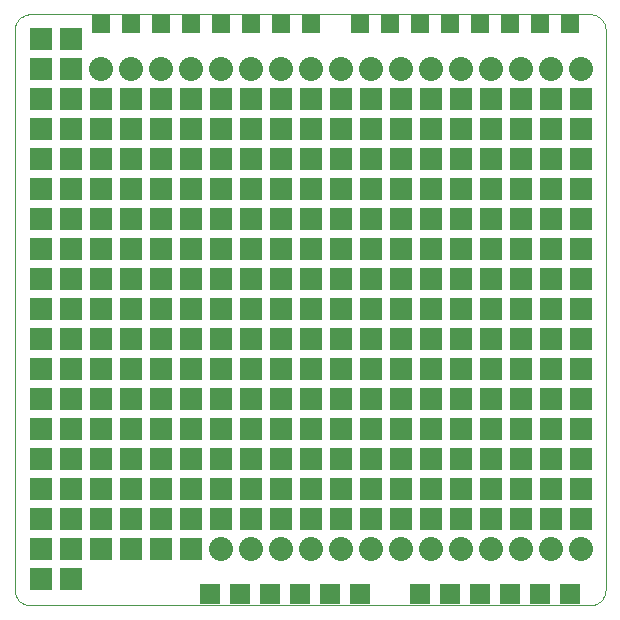
<source format=gts>
G04 This is an RS-274x file exported by *
G04 gerbv version 2.5.0 *
G04 More information is available about gerbv at *
G04 http://gerbv.gpleda.org/ *
G04 --End of header info--*
%MOIN*%
%FSLAX23Y23*%
%IPPOS*%
G04 --Define apertures--*
%ADD10C,0.0004*%
%ADD11R,0.0640X0.0640*%
%ADD12C,0.0800*%
%ADD13R,0.0670X0.0670*%
%ADD14R,0.0780X0.0780*%
G04 --Start main section--*
G54D10*
G01X00061Y00036D02*
G01X00995Y00036D01*
G01X00995Y00036D02*
G01X01930Y00036D01*
G01X01930Y00036D02*
G01X01934Y00037D01*
G01X01934Y00037D02*
G01X01938Y00037D01*
G01X01938Y00037D02*
G01X01943Y00038D01*
G01X01943Y00038D02*
G01X01947Y00039D01*
G01X01947Y00039D02*
G01X01951Y00041D01*
G01X01951Y00041D02*
G01X01955Y00043D01*
G01X01955Y00043D02*
G01X01958Y00045D01*
G01X01958Y00045D02*
G01X01962Y00048D01*
G01X01962Y00048D02*
G01X01965Y00051D01*
G01X01965Y00051D02*
G01X01968Y00054D01*
G01X01968Y00054D02*
G01X01971Y00058D01*
G01X01971Y00058D02*
G01X01973Y00061D01*
G01X01973Y00061D02*
G01X01975Y00065D01*
G01X01975Y00065D02*
G01X01977Y00069D01*
G01X01977Y00069D02*
G01X01978Y00073D01*
G01X01978Y00073D02*
G01X01979Y00078D01*
G01X01979Y00078D02*
G01X01979Y00082D01*
G01X01979Y00082D02*
G01X01980Y00086D01*
G01X01980Y00086D02*
G01X01980Y01096D01*
G01X01980Y01096D02*
G01X01980Y01955D01*
G01X01980Y01955D02*
G01X01979Y01959D01*
G01X01979Y01959D02*
G01X01979Y01964D01*
G01X01979Y01964D02*
G01X01978Y01968D01*
G01X01978Y01968D02*
G01X01977Y01972D01*
G01X01977Y01972D02*
G01X01975Y01976D01*
G01X01975Y01976D02*
G01X01973Y01980D01*
G01X01973Y01980D02*
G01X01971Y01984D01*
G01X01971Y01984D02*
G01X01968Y01987D01*
G01X01968Y01987D02*
G01X01965Y01990D01*
G01X01965Y01990D02*
G01X01962Y01993D01*
G01X01962Y01993D02*
G01X01958Y01996D01*
G01X01958Y01996D02*
G01X01955Y01998D01*
G01X01955Y01998D02*
G01X01951Y02000D01*
G01X01951Y02000D02*
G01X01947Y02002D01*
G01X01947Y02002D02*
G01X01943Y02003D01*
G01X01943Y02003D02*
G01X01938Y02004D01*
G01X01938Y02004D02*
G01X01934Y02005D01*
G01X01934Y02005D02*
G01X01930Y02005D01*
G01X01930Y02005D02*
G01X00995Y02005D01*
G01X00995Y02005D02*
G01X00061Y02005D01*
G01X00061Y02005D02*
G01X00057Y02005D01*
G01X00057Y02005D02*
G01X00052Y02004D01*
G01X00052Y02004D02*
G01X00048Y02003D01*
G01X00048Y02003D02*
G01X00044Y02002D01*
G01X00044Y02002D02*
G01X00040Y02000D01*
G01X00040Y02000D02*
G01X00036Y01998D01*
G01X00036Y01998D02*
G01X00032Y01996D01*
G01X00032Y01996D02*
G01X00029Y01993D01*
G01X00029Y01993D02*
G01X00026Y01990D01*
G01X00026Y01990D02*
G01X00023Y01987D01*
G01X00023Y01987D02*
G01X00020Y01984D01*
G01X00020Y01984D02*
G01X00018Y01980D01*
G01X00018Y01980D02*
G01X00016Y01976D01*
G01X00016Y01976D02*
G01X00014Y01972D01*
G01X00014Y01972D02*
G01X00013Y01968D01*
G01X00013Y01968D02*
G01X00012Y01964D01*
G01X00012Y01964D02*
G01X00011Y01959D01*
G01X00011Y01959D02*
G01X00011Y01955D01*
G01X00011Y01955D02*
G01X00011Y01021D01*
G01X00011Y01021D02*
G01X00011Y00086D01*
G01X00011Y00086D02*
G01X00011Y00082D01*
G01X00011Y00082D02*
G01X00012Y00078D01*
G01X00012Y00078D02*
G01X00013Y00073D01*
G01X00013Y00073D02*
G01X00014Y00069D01*
G01X00014Y00069D02*
G01X00016Y00065D01*
G01X00016Y00065D02*
G01X00018Y00061D01*
G01X00018Y00061D02*
G01X00020Y00058D01*
G01X00020Y00058D02*
G01X00023Y00054D01*
G01X00023Y00054D02*
G01X00026Y00051D01*
G01X00026Y00051D02*
G01X00029Y00048D01*
G01X00029Y00048D02*
G01X00032Y00045D01*
G01X00032Y00045D02*
G01X00036Y00043D01*
G01X00036Y00043D02*
G01X00040Y00041D01*
G01X00040Y00041D02*
G01X00044Y00039D01*
G01X00044Y00039D02*
G01X00048Y00038D01*
G01X00048Y00038D02*
G01X00052Y00037D01*
G01X00052Y00037D02*
G01X00057Y00037D01*
G01X00057Y00037D02*
G01X00061Y00036D01*
G54D11*
G01X00299Y01974D03*
G01X00399Y01974D03*
G01X00499Y01974D03*
G01X00599Y01974D03*
G01X00699Y01974D03*
G01X00799Y01974D03*
G01X00899Y01974D03*
G01X00999Y01974D03*
G01X01161Y01974D03*
G01X01261Y01974D03*
G01X01361Y01974D03*
G01X01461Y01974D03*
G01X01561Y01974D03*
G01X01661Y01974D03*
G01X01761Y01974D03*
G01X01861Y01974D03*
G54D12*
G01X01899Y01824D03*
G01X01799Y01824D03*
G01X01699Y01824D03*
G01X01599Y01824D03*
G01X01499Y01824D03*
G01X01399Y01824D03*
G01X01299Y01824D03*
G01X01199Y01824D03*
G01X01099Y01824D03*
G01X00999Y01824D03*
G01X00899Y01824D03*
G01X00799Y01824D03*
G01X00699Y01824D03*
G01X00599Y01824D03*
G01X00499Y01824D03*
G01X00399Y01824D03*
G01X00299Y01824D03*
G01X00699Y00224D03*
G01X00799Y00224D03*
G01X00899Y00224D03*
G01X00999Y00224D03*
G01X01099Y00224D03*
G01X01199Y00224D03*
G01X01299Y00224D03*
G01X01399Y00224D03*
G01X01499Y00224D03*
G01X01599Y00224D03*
G01X01699Y00224D03*
G01X01799Y00224D03*
G01X01899Y00224D03*
G54D13*
G01X01861Y00074D03*
G01X01761Y00074D03*
G01X01661Y00074D03*
G01X01561Y00074D03*
G01X01461Y00074D03*
G01X01361Y00074D03*
G01X01161Y00074D03*
G01X01061Y00074D03*
G01X00961Y00074D03*
G01X00861Y00074D03*
G01X00761Y00074D03*
G01X00661Y00074D03*
G54D14*
G01X00599Y00224D03*
G01X00599Y00324D03*
G01X00599Y00424D03*
G01X00599Y00524D03*
G01X00599Y00624D03*
G01X00599Y00724D03*
G01X00599Y00824D03*
G01X00599Y00924D03*
G01X00599Y01024D03*
G01X00599Y01124D03*
G01X00599Y01224D03*
G01X00599Y01324D03*
G01X00599Y01424D03*
G01X00599Y01524D03*
G01X00599Y01624D03*
G01X00599Y01724D03*
G01X00699Y01724D03*
G01X00799Y01724D03*
G01X00899Y01724D03*
G01X00999Y01724D03*
G01X01099Y01724D03*
G01X01199Y01724D03*
G01X01299Y01724D03*
G01X01399Y01724D03*
G01X01499Y01724D03*
G01X01599Y01724D03*
G01X01699Y01724D03*
G01X01799Y01724D03*
G01X01899Y01724D03*
G01X01899Y01624D03*
G01X01799Y01624D03*
G01X01699Y01624D03*
G01X01599Y01624D03*
G01X01499Y01624D03*
G01X01399Y01624D03*
G01X01299Y01624D03*
G01X01199Y01624D03*
G01X01099Y01624D03*
G01X00999Y01624D03*
G01X00899Y01624D03*
G01X00799Y01624D03*
G01X00699Y01624D03*
G01X00699Y01524D03*
G01X00799Y01524D03*
G01X00899Y01524D03*
G01X00999Y01524D03*
G01X01099Y01524D03*
G01X01199Y01524D03*
G01X01299Y01524D03*
G01X01399Y01524D03*
G01X01499Y01524D03*
G01X01599Y01524D03*
G01X01699Y01524D03*
G01X01799Y01524D03*
G01X01899Y01524D03*
G01X01899Y01424D03*
G01X01799Y01424D03*
G01X01699Y01424D03*
G01X01599Y01424D03*
G01X01499Y01424D03*
G01X01399Y01424D03*
G01X01299Y01424D03*
G01X01199Y01424D03*
G01X01099Y01424D03*
G01X00999Y01424D03*
G01X00899Y01424D03*
G01X00799Y01424D03*
G01X00699Y01424D03*
G01X00699Y01324D03*
G01X00799Y01324D03*
G01X00899Y01324D03*
G01X00999Y01324D03*
G01X01099Y01324D03*
G01X01199Y01324D03*
G01X01299Y01324D03*
G01X01399Y01324D03*
G01X01499Y01324D03*
G01X01599Y01324D03*
G01X01699Y01324D03*
G01X01799Y01324D03*
G01X01899Y01324D03*
G01X01899Y01224D03*
G01X01799Y01224D03*
G01X01699Y01224D03*
G01X01599Y01224D03*
G01X01499Y01224D03*
G01X01399Y01224D03*
G01X01299Y01224D03*
G01X01199Y01224D03*
G01X01099Y01224D03*
G01X00999Y01224D03*
G01X00899Y01224D03*
G01X00799Y01224D03*
G01X00699Y01224D03*
G01X00699Y01124D03*
G01X00699Y01024D03*
G01X00799Y01024D03*
G01X00799Y01124D03*
G01X00899Y01124D03*
G01X00899Y01024D03*
G01X00999Y01024D03*
G01X00999Y01124D03*
G01X01099Y01124D03*
G01X01099Y01024D03*
G01X01199Y01024D03*
G01X01199Y01124D03*
G01X01299Y01124D03*
G01X01299Y01024D03*
G01X01399Y01024D03*
G01X01399Y01124D03*
G01X01499Y01124D03*
G01X01499Y01024D03*
G01X01599Y01024D03*
G01X01599Y01124D03*
G01X01699Y01124D03*
G01X01699Y01024D03*
G01X01799Y01024D03*
G01X01799Y01124D03*
G01X01899Y01124D03*
G01X01899Y01024D03*
G01X01899Y00924D03*
G01X01799Y00924D03*
G01X01699Y00924D03*
G01X01599Y00924D03*
G01X01499Y00924D03*
G01X01399Y00924D03*
G01X01299Y00924D03*
G01X01199Y00924D03*
G01X01099Y00924D03*
G01X00999Y00924D03*
G01X00899Y00924D03*
G01X00799Y00924D03*
G01X00699Y00924D03*
G01X00699Y00824D03*
G01X00799Y00824D03*
G01X00899Y00824D03*
G01X00999Y00824D03*
G01X01099Y00824D03*
G01X01199Y00824D03*
G01X01299Y00824D03*
G01X01399Y00824D03*
G01X01499Y00824D03*
G01X01599Y00824D03*
G01X01699Y00824D03*
G01X01799Y00824D03*
G01X01899Y00824D03*
G01X01899Y00724D03*
G01X01799Y00724D03*
G01X01699Y00724D03*
G01X01599Y00724D03*
G01X01499Y00724D03*
G01X01399Y00724D03*
G01X01299Y00724D03*
G01X01199Y00724D03*
G01X01099Y00724D03*
G01X00999Y00724D03*
G01X00899Y00724D03*
G01X00799Y00724D03*
G01X00699Y00724D03*
G01X00699Y00624D03*
G01X00799Y00624D03*
G01X00899Y00624D03*
G01X00999Y00624D03*
G01X01099Y00624D03*
G01X01199Y00624D03*
G01X01299Y00624D03*
G01X01399Y00624D03*
G01X01499Y00624D03*
G01X01599Y00624D03*
G01X01699Y00624D03*
G01X01799Y00624D03*
G01X01899Y00624D03*
G01X01899Y00524D03*
G01X01799Y00524D03*
G01X01699Y00524D03*
G01X01599Y00524D03*
G01X01499Y00524D03*
G01X01399Y00524D03*
G01X01299Y00524D03*
G01X01199Y00524D03*
G01X01099Y00524D03*
G01X00999Y00524D03*
G01X00899Y00524D03*
G01X00799Y00524D03*
G01X00699Y00524D03*
G01X00699Y00424D03*
G01X00799Y00424D03*
G01X00899Y00424D03*
G01X00999Y00424D03*
G01X01099Y00424D03*
G01X01199Y00424D03*
G01X01299Y00424D03*
G01X01399Y00424D03*
G01X01499Y00424D03*
G01X01599Y00424D03*
G01X01699Y00424D03*
G01X01799Y00424D03*
G01X01899Y00424D03*
G01X01899Y00324D03*
G01X01799Y00324D03*
G01X01699Y00324D03*
G01X01599Y00324D03*
G01X01499Y00324D03*
G01X01399Y00324D03*
G01X01299Y00324D03*
G01X01199Y00324D03*
G01X01099Y00324D03*
G01X00999Y00324D03*
G01X00899Y00324D03*
G01X00799Y00324D03*
G01X00699Y00324D03*
G01X00499Y00324D03*
G01X00499Y00424D03*
G01X00499Y00524D03*
G01X00499Y00624D03*
G01X00499Y00724D03*
G01X00499Y00824D03*
G01X00499Y00924D03*
G01X00499Y01024D03*
G01X00499Y01124D03*
G01X00499Y01224D03*
G01X00499Y01324D03*
G01X00499Y01424D03*
G01X00499Y01524D03*
G01X00499Y01624D03*
G01X00499Y01724D03*
G01X00399Y01724D03*
G01X00299Y01724D03*
G01X00299Y01624D03*
G01X00399Y01624D03*
G01X00399Y01524D03*
G01X00299Y01524D03*
G01X00299Y01424D03*
G01X00399Y01424D03*
G01X00399Y01324D03*
G01X00299Y01324D03*
G01X00299Y01224D03*
G01X00399Y01224D03*
G01X00399Y01124D03*
G01X00399Y01024D03*
G01X00299Y01024D03*
G01X00299Y01124D03*
G01X00199Y01124D03*
G01X00199Y01024D03*
G01X00099Y01024D03*
G01X00099Y01124D03*
G01X00099Y01224D03*
G01X00099Y01324D03*
G01X00099Y01424D03*
G01X00099Y01524D03*
G01X00099Y01624D03*
G01X00099Y01724D03*
G01X00099Y01824D03*
G01X00099Y01924D03*
G01X00199Y01924D03*
G01X00199Y01824D03*
G01X00199Y01724D03*
G01X00199Y01624D03*
G01X00199Y01524D03*
G01X00199Y01424D03*
G01X00199Y01324D03*
G01X00199Y01224D03*
G01X00199Y00924D03*
G01X00099Y00924D03*
G01X00099Y00824D03*
G01X00199Y00824D03*
G01X00199Y00724D03*
G01X00099Y00724D03*
G01X00099Y00624D03*
G01X00199Y00624D03*
G01X00199Y00524D03*
G01X00099Y00524D03*
G01X00099Y00424D03*
G01X00199Y00424D03*
G01X00199Y00324D03*
G01X00099Y00324D03*
G01X00099Y00224D03*
G01X00099Y00124D03*
G01X00199Y00124D03*
G01X00199Y00224D03*
G01X00299Y00224D03*
G01X00399Y00224D03*
G01X00399Y00324D03*
G01X00399Y00424D03*
G01X00399Y00524D03*
G01X00399Y00624D03*
G01X00399Y00724D03*
G01X00399Y00824D03*
G01X00399Y00924D03*
G01X00299Y00924D03*
G01X00299Y00824D03*
G01X00299Y00724D03*
G01X00299Y00624D03*
G01X00299Y00524D03*
G01X00299Y00424D03*
G01X00299Y00324D03*
G01X00499Y00224D03*
M02*

</source>
